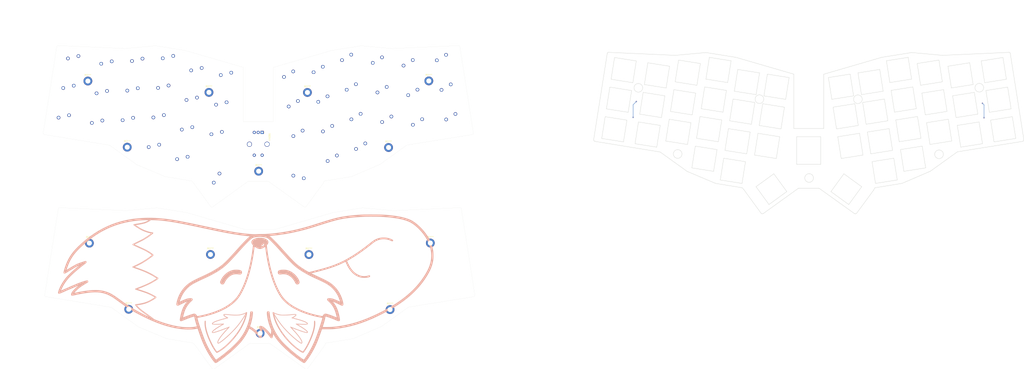
<source format=kicad_pcb>
(kicad_pcb (version 20171130) (host pcbnew "(5.1.4)-1")
  (layers (0 F.Cu signal) (31 B.Cu signal) (34 B.Paste user) (35 F.Paste user) (36 B.SilkS user) (37 F.SilkS user) (38 B.Mask user) (39 F.Mask user) (44 Edge.Cuts user))
  (net 0 "")
  (net 1 GND)
  (module MX_Only:MXOnly-1U-NoLED (layer F.Cu) (at 240.084154 73.986382 9)
    (fp_text reference MX42)
    (fp_text value MX-NoLED)
    (pad "" np_thru_hole circle (at 5.08 0 57.0996) (size 1.75 1.75) (drill 1.75) (layers *.Cu *.Mask))
    (pad "" np_thru_hole circle (at -5.08 0 57.0996) (size 1.75 1.75) (drill 1.75) (layers *.Cu *.Mask))
    (pad 1 thru_hole circle (at -3.81 -2.54 9) (size 2.25 2.25) (drill 1.47) (layers *.Cu B.Mask))
    (pad "" np_thru_hole circle (at 0 0 9) (size 3.9878 3.9878) (drill 3.9878) (layers *.Cu *.Mask))
    (pad 2 thru_hole circle (at 2.54 -5.08 9) (size 2.25 2.25) (drill 1.47) (layers *.Cu B.Mask))
  )
  (module MX_Only:MXOnly-1U-NoLED (layer F.Cu) (at 256.664629 56.894636 9)
    (fp_text reference MX34)
    (fp_text value MX-NoLED)
    (pad "" np_thru_hole circle (at 5.08 0 57.0996) (size 1.75 1.75) (drill 1.75) (layers *.Cu *.Mask))
    (pad "" np_thru_hole circle (at -5.08 0 57.0996) (size 1.75 1.75) (drill 1.75) (layers *.Cu *.Mask))
    (pad 1 thru_hole circle (at -3.81 -2.54 9) (size 2.25 2.25) (drill 1.47) (layers *.Cu B.Mask))
    (pad "" np_thru_hole circle (at 0 0 9) (size 3.9878 3.9878) (drill 3.9878) (layers *.Cu *.Mask))
    (pad 2 thru_hole circle (at 2.54 -5.08 9) (size 2.25 2.25) (drill 1.47) (layers *.Cu B.Mask))
  )
  (module MX_Only:MXOnly-1U-NoLED (layer F.Cu) (at 200.218004 65.834903 9)
    (fp_text reference MX31)
    (fp_text value MX-NoLED)
    (pad "" np_thru_hole circle (at 5.08 0 57.0996) (size 1.75 1.75) (drill 1.75) (layers *.Cu *.Mask))
    (pad "" np_thru_hole circle (at -5.08 0 57.0996) (size 1.75 1.75) (drill 1.75) (layers *.Cu *.Mask))
    (pad 1 thru_hole circle (at -3.81 -2.54 9) (size 2.25 2.25) (drill 1.47) (layers *.Cu B.Mask))
    (pad "" np_thru_hole circle (at 0 0 9) (size 3.9878 3.9878) (drill 3.9878) (layers *.Cu *.Mask))
    (pad 2 thru_hole circle (at 2.54 -5.08 9) (size 2.25 2.25) (drill 1.47) (layers *.Cu B.Mask))
  )
  (module MX_Only:MXOnly-1U-NoLED (layer F.Cu) (at 116.379854 17.557257 351)
    (fp_text reference MX4)
    (fp_text value MX-NoLED)
    (pad "" np_thru_hole circle (at 5.08 0 39.0996) (size 1.75 1.75) (drill 1.75) (layers *.Cu *.Mask))
    (pad "" np_thru_hole circle (at -5.08 0 39.0996) (size 1.75 1.75) (drill 1.75) (layers *.Cu *.Mask))
    (pad 1 thru_hole circle (at -3.81 -2.54 351) (size 2.25 2.25) (drill 1.47) (layers *.Cu B.Mask))
    (pad "" np_thru_hole circle (at 0 0 351) (size 3.9878 3.9878) (drill 3.9878) (layers *.Cu *.Mask))
    (pad 2 thru_hole circle (at 2.54 -5.08 351) (size 2.25 2.25) (drill 1.47) (layers *.Cu B.Mask))
  )
  (module MX_Only:MXOnly-1U-NoLED (layer F.Cu) (at 153.265915 28.22132 351)
    (fp_text reference MX6)
    (fp_text value MX-NoLED)
    (pad "" np_thru_hole circle (at 5.08 0 39.0996) (size 1.75 1.75) (drill 1.75) (layers *.Cu *.Mask))
    (pad "" np_thru_hole circle (at -5.08 0 39.0996) (size 1.75 1.75) (drill 1.75) (layers *.Cu *.Mask))
    (pad 1 thru_hole circle (at -3.81 -2.54 351) (size 2.25 2.25) (drill 1.47) (layers *.Cu B.Mask))
    (pad "" np_thru_hole circle (at 0 0 351) (size 3.9878 3.9878) (drill 3.9878) (layers *.Cu *.Mask))
    (pad 2 thru_hole circle (at 2.54 -5.08 351) (size 2.25 2.25) (drill 1.47) (layers *.Cu B.Mask))
  )
  (module MX_Only:MXOnly-1U-NoLED (layer F.Cu) (at 237.104065 55.17084 9)
    (fp_text reference MX33)
    (fp_text value MX-NoLED)
    (pad "" np_thru_hole circle (at 5.08 0 57.0996) (size 1.75 1.75) (drill 1.75) (layers *.Cu *.Mask))
    (pad "" np_thru_hole circle (at -5.08 0 57.0996) (size 1.75 1.75) (drill 1.75) (layers *.Cu *.Mask))
    (pad 1 thru_hole circle (at -3.81 -2.54 9) (size 2.25 2.25) (drill 1.47) (layers *.Cu B.Mask))
    (pad "" np_thru_hole circle (at 0 0 9) (size 3.9878 3.9878) (drill 3.9878) (layers *.Cu *.Mask))
    (pad 2 thru_hole circle (at 2.54 -5.08 9) (size 2.25 2.25) (drill 1.47) (layers *.Cu B.Mask))
  )
  (module MX_Only:MXOnly-1U-NoLED (layer F.Cu) (at 253.68454 38.079094 9)
    (fp_text reference MX22)
    (fp_text value MX-NoLED)
    (pad "" np_thru_hole circle (at 5.08 0 57.0996) (size 1.75 1.75) (drill 1.75) (layers *.Cu *.Mask))
    (pad "" np_thru_hole circle (at -5.08 0 57.0996) (size 1.75 1.75) (drill 1.75) (layers *.Cu *.Mask))
    (pad 1 thru_hole circle (at -3.81 -2.54 9) (size 2.25 2.25) (drill 1.47) (layers *.Cu B.Mask))
    (pad "" np_thru_hole circle (at 0 0 9) (size 3.9878 3.9878) (drill 3.9878) (layers *.Cu *.Mask))
    (pad 2 thru_hole circle (at 2.54 -5.08 9) (size 2.25 2.25) (drill 1.47) (layers *.Cu B.Mask))
  )
  (module MX_Only:MXOnly-1.25U-NoLED (layer F.Cu) (at 56.091241 17.652249 351)
    (fp_text reference MX1)
    (fp_text value MX-NoLED)
    (pad "" np_thru_hole circle (at 5.08 0 39.0996) (size 1.75 1.75) (drill 1.75) (layers *.Cu *.Mask))
    (pad "" np_thru_hole circle (at -5.08 0 39.0996) (size 1.75 1.75) (drill 1.75) (layers *.Cu *.Mask))
    (pad 1 thru_hole circle (at -3.81 -2.54 351) (size 2.25 2.25) (drill 1.47) (layers *.Cu B.Mask))
    (pad "" np_thru_hole circle (at 0 0 351) (size 3.9878 3.9878) (drill 3.9878) (layers *.Cu *.Mask))
    (pad 2 thru_hole circle (at 2.54 -5.08 351) (size 2.25 2.25) (drill 1.47) (layers *.Cu B.Mask))
  )
  (module MX_Only:MXOnly-1U-NoLED (layer F.Cu) (at 134.450373 25.241231 351)
    (fp_text reference MX5)
    (fp_text value MX-NoLED)
    (pad "" np_thru_hole circle (at 5.08 0 39.0996) (size 1.75 1.75) (drill 1.75) (layers *.Cu *.Mask))
    (pad "" np_thru_hole circle (at -5.08 0 39.0996) (size 1.75 1.75) (drill 1.75) (layers *.Cu *.Mask))
    (pad 1 thru_hole circle (at -3.81 -2.54 351) (size 2.25 2.25) (drill 1.47) (layers *.Cu B.Mask))
    (pad "" np_thru_hole circle (at 0 0 351) (size 3.9878 3.9878) (drill 3.9878) (layers *.Cu *.Mask))
    (pad 2 thru_hole circle (at 2.54 -5.08 351) (size 2.25 2.25) (drill 1.47) (layers *.Cu B.Mask))
  )
  (module MX_Only:MXOnly-1.5U-NoLED (layer F.Cu) (at 150.009943 93.323908 36)
    (fp_text reference MX39)
    (fp_text value MX-NoLED)
    (pad "" np_thru_hole circle (at 5.08 0 84.0996) (size 1.75 1.75) (drill 1.75) (layers *.Cu *.Mask))
    (pad "" np_thru_hole circle (at -5.08 0 84.0996) (size 1.75 1.75) (drill 1.75) (layers *.Cu *.Mask))
    (pad 1 thru_hole circle (at -3.81 -2.54 36) (size 2.25 2.25) (drill 1.47) (layers *.Cu B.Mask))
    (pad "" np_thru_hole circle (at 0 0 36) (size 3.9878 3.9878) (drill 3.9878) (layers *.Cu *.Mask))
    (pad 2 thru_hole circle (at 2.54 -5.08 36) (size 2.25 2.25) (drill 1.47) (layers *.Cu B.Mask))
  )
  (module MX_Only:MXOnly-1U-NoLED (layer F.Cu) (at 222.013635 81.670356 9)
    (fp_text reference MX41)
    (fp_text value MX-NoLED)
    (pad "" np_thru_hole circle (at 5.08 0 57.0996) (size 1.75 1.75) (drill 1.75) (layers *.Cu *.Mask))
    (pad "" np_thru_hole circle (at -5.08 0 57.0996) (size 1.75 1.75) (drill 1.75) (layers *.Cu *.Mask))
    (pad 1 thru_hole circle (at -3.81 -2.54 9) (size 2.25 2.25) (drill 1.47) (layers *.Cu B.Mask))
    (pad "" np_thru_hole circle (at 0 0 9) (size 3.9878 3.9878) (drill 3.9878) (layers *.Cu *.Mask))
    (pad 2 thru_hole circle (at 2.54 -5.08 9) (size 2.25 2.25) (drill 1.47) (layers *.Cu B.Mask))
  )
  (module MX_Only:MXOnly-1U-NoLED (layer F.Cu) (at 96.81929 19.281053 351)
    (fp_text reference MX3)
    (fp_text value MX-NoLED)
    (pad "" np_thru_hole circle (at 5.08 0 39.0996) (size 1.75 1.75) (drill 1.75) (layers *.Cu *.Mask))
    (pad "" np_thru_hole circle (at -5.08 0 39.0996) (size 1.75 1.75) (drill 1.75) (layers *.Cu *.Mask))
    (pad 1 thru_hole circle (at -3.81 -2.54 351) (size 2.25 2.25) (drill 1.47) (layers *.Cu B.Mask))
    (pad "" np_thru_hole circle (at 0 0 351) (size 3.9878 3.9878) (drill 3.9878) (layers *.Cu *.Mask))
    (pad 2 thru_hole circle (at 2.54 -5.08 351) (size 2.25 2.25) (drill 1.47) (layers *.Cu B.Mask))
  )
  (module MX_Only:MXOnly-1U-NoLED (layer F.Cu) (at 216.053456 44.039272 9)
    (fp_text reference MX20)
    (fp_text value MX-NoLED)
    (pad "" np_thru_hole circle (at 5.08 0 57.0996) (size 1.75 1.75) (drill 1.75) (layers *.Cu *.Mask))
    (pad "" np_thru_hole circle (at -5.08 0 57.0996) (size 1.75 1.75) (drill 1.75) (layers *.Cu *.Mask))
    (pad 1 thru_hole circle (at -3.81 -2.54 9) (size 2.25 2.25) (drill 1.47) (layers *.Cu B.Mask))
    (pad "" np_thru_hole circle (at 0 0 9) (size 3.9878 3.9878) (drill 3.9878) (layers *.Cu *.Mask))
    (pad 2 thru_hole circle (at 2.54 -5.08 9) (size 2.25 2.25) (drill 1.47) (layers *.Cu B.Mask))
  )
  (module MX_Only:MXOnly-1U-NoLED (layer F.Cu) (at 234.123976 36.355298 9)
    (fp_text reference MX21)
    (fp_text value MX-NoLED)
    (pad "" np_thru_hole circle (at 5.08 0 57.0996) (size 1.75 1.75) (drill 1.75) (layers *.Cu *.Mask))
    (pad "" np_thru_hole circle (at -5.08 0 57.0996) (size 1.75 1.75) (drill 1.75) (layers *.Cu *.Mask))
    (pad 1 thru_hole circle (at -3.81 -2.54 9) (size 2.25 2.25) (drill 1.47) (layers *.Cu B.Mask))
    (pad "" np_thru_hole circle (at 0 0 9) (size 3.9878 3.9878) (drill 3.9878) (layers *.Cu *.Mask))
    (pad 2 thru_hole circle (at 2.54 -5.08 9) (size 2.25 2.25) (drill 1.47) (layers *.Cu B.Mask))
  )
  (module MX_Only:MXOnly-1U-NoLED (layer F.Cu) (at 219.033546 62.854814 9)
    (fp_text reference MX32)
    (fp_text value MX-NoLED)
    (pad "" np_thru_hole circle (at 5.08 0 57.0996) (size 1.75 1.75) (drill 1.75) (layers *.Cu *.Mask))
    (pad "" np_thru_hole circle (at -5.08 0 57.0996) (size 1.75 1.75) (drill 1.75) (layers *.Cu *.Mask))
    (pad 1 thru_hole circle (at -3.81 -2.54 9) (size 2.25 2.25) (drill 1.47) (layers *.Cu B.Mask))
    (pad "" np_thru_hole circle (at 0 0 9) (size 3.9878 3.9878) (drill 3.9878) (layers *.Cu *.Mask))
    (pad 2 thru_hole circle (at 2.54 -5.08 9) (size 2.25 2.25) (drill 1.47) (layers *.Cu B.Mask))
  )
  (module MX_Only:MXOnly-1.5U-NoLED (layer F.Cu) (at 197.63778 93.345 324)
    (fp_text reference MX40)
    (fp_text value MX-NoLED)
    (pad "" np_thru_hole circle (at 5.08 0 12.0996) (size 1.75 1.75) (drill 1.75) (layers *.Cu *.Mask))
    (pad "" np_thru_hole circle (at -5.08 0 12.0996) (size 1.75 1.75) (drill 1.75) (layers *.Cu *.Mask))
    (pad 1 thru_hole circle (at -3.81 -2.54 324) (size 2.25 2.25) (drill 1.47) (layers *.Cu B.Mask))
    (pad "" np_thru_hole circle (at 0 0 324) (size 3.9878 3.9878) (drill 3.9878) (layers *.Cu *.Mask))
    (pad 2 thru_hole circle (at 2.54 -5.08 324) (size 2.25 2.25) (drill 1.47) (layers *.Cu B.Mask))
  )
  (module MX_Only:MXOnly-1U-NoLED (layer F.Cu) (at 77.258726 21.00485 351)
    (fp_text reference MX2)
    (fp_text value MX-NoLED)
    (pad "" np_thru_hole circle (at 5.08 0 39.0996) (size 1.75 1.75) (drill 1.75) (layers *.Cu *.Mask))
    (pad "" np_thru_hole circle (at -5.08 0 39.0996) (size 1.75 1.75) (drill 1.75) (layers *.Cu *.Mask))
    (pad 1 thru_hole circle (at -3.81 -2.54 351) (size 2.25 2.25) (drill 1.47) (layers *.Cu B.Mask))
    (pad "" np_thru_hole circle (at 0 0 351) (size 3.9878 3.9878) (drill 3.9878) (layers *.Cu *.Mask))
    (pad 2 thru_hole circle (at 2.54 -5.08 351) (size 2.25 2.25) (drill 1.47) (layers *.Cu B.Mask))
  )
  (module MX_Only:MXOnly-1U-NoLED (layer F.Cu) (at 197.237915 47.019361 9)
    (fp_text reference MX19)
    (fp_text value MX-NoLED)
    (pad "" np_thru_hole circle (at 5.08 0 57.0996) (size 1.75 1.75) (drill 1.75) (layers *.Cu *.Mask))
    (pad "" np_thru_hole circle (at -5.08 0 57.0996) (size 1.75 1.75) (drill 1.75) (layers *.Cu *.Mask))
    (pad 1 thru_hole circle (at -3.81 -2.54 9) (size 2.25 2.25) (drill 1.47) (layers *.Cu B.Mask))
    (pad "" np_thru_hole circle (at 0 0 9) (size 3.9878 3.9878) (drill 3.9878) (layers *.Cu *.Mask))
    (pad 2 thru_hole circle (at 2.54 -5.08 9) (size 2.25 2.25) (drill 1.47) (layers *.Cu B.Mask))
  )
  (module MX_Only:MXOnly-1U-NoLED (layer F.Cu) (at 93.839201 38.096595 351)
    (fp_text reference MX15)
    (fp_text value MX-NoLED)
    (pad "" np_thru_hole circle (at 5.08 0 39.0996) (size 1.75 1.75) (drill 1.75) (layers *.Cu *.Mask))
    (pad "" np_thru_hole circle (at -5.08 0 39.0996) (size 1.75 1.75) (drill 1.75) (layers *.Cu *.Mask))
    (pad 1 thru_hole circle (at -3.81 -2.54 351) (size 2.25 2.25) (drill 1.47) (layers *.Cu B.Mask))
    (pad "" np_thru_hole circle (at 0 0 351) (size 3.9878 3.9878) (drill 3.9878) (layers *.Cu *.Mask))
    (pad 2 thru_hole circle (at 2.54 -5.08 351) (size 2.25 2.25) (drill 1.47) (layers *.Cu B.Mask))
  )
  (module MX_Only:MXOnly-1U-NoLED (layer F.Cu) (at 90.859112 56.912137 351)
    (fp_text reference MX27)
    (fp_text value MX-NoLED)
    (pad "" np_thru_hole circle (at 5.08 0 39.0996) (size 1.75 1.75) (drill 1.75) (layers *.Cu *.Mask))
    (pad "" np_thru_hole circle (at -5.08 0 39.0996) (size 1.75 1.75) (drill 1.75) (layers *.Cu *.Mask))
    (pad 1 thru_hole circle (at -3.81 -2.54 351) (size 2.25 2.25) (drill 1.47) (layers *.Cu B.Mask))
    (pad "" np_thru_hole circle (at 0 0 351) (size 3.9878 3.9878) (drill 3.9878) (layers *.Cu *.Mask))
    (pad 2 thru_hole circle (at 2.54 -5.08 351) (size 2.25 2.25) (drill 1.47) (layers *.Cu B.Mask))
  )
  (module MX_Only:MXOnly-1U-NoLED (layer F.Cu) (at 110.419676 55.188341 351)
    (fp_text reference MX28)
    (fp_text value MX-NoLED)
    (pad "" np_thru_hole circle (at 5.08 0 39.0996) (size 1.75 1.75) (drill 1.75) (layers *.Cu *.Mask))
    (pad "" np_thru_hole circle (at -5.08 0 39.0996) (size 1.75 1.75) (drill 1.75) (layers *.Cu *.Mask))
    (pad 1 thru_hole circle (at -3.81 -2.54 351) (size 2.25 2.25) (drill 1.47) (layers *.Cu B.Mask))
    (pad "" np_thru_hole circle (at 0 0 351) (size 3.9878 3.9878) (drill 3.9878) (layers *.Cu *.Mask))
    (pad 2 thru_hole circle (at 2.54 -5.08 351) (size 2.25 2.25) (drill 1.47) (layers *.Cu B.Mask))
  )
  (module MX_Only:MXOnly-1U-NoLED (layer F.Cu) (at 125.510106 81.687857 351)
    (fp_text reference MX38)
    (fp_text value MX-NoLED)
    (pad "" np_thru_hole circle (at 5.08 0 39.0996) (size 1.75 1.75) (drill 1.75) (layers *.Cu *.Mask))
    (pad "" np_thru_hole circle (at -5.08 0 39.0996) (size 1.75 1.75) (drill 1.75) (layers *.Cu *.Mask))
    (pad 1 thru_hole circle (at -3.81 -2.54 351) (size 2.25 2.25) (drill 1.47) (layers *.Cu B.Mask))
    (pad "" np_thru_hole circle (at 0 0 351) (size 3.9878 3.9878) (drill 3.9878) (layers *.Cu *.Mask))
    (pad 2 thru_hole circle (at 2.54 -5.08 351) (size 2.25 2.25) (drill 1.47) (layers *.Cu B.Mask))
  )
  (module MX_Only:MXOnly-1U-NoLED (layer F.Cu) (at 107.439587 74.003882 351)
    (fp_text reference MX37)
    (fp_text value MX-NoLED)
    (pad "" np_thru_hole circle (at 5.08 0 39.0996) (size 1.75 1.75) (drill 1.75) (layers *.Cu *.Mask))
    (pad "" np_thru_hole circle (at -5.08 0 39.0996) (size 1.75 1.75) (drill 1.75) (layers *.Cu *.Mask))
    (pad 1 thru_hole circle (at -3.81 -2.54 351) (size 2.25 2.25) (drill 1.47) (layers *.Cu B.Mask))
    (pad "" np_thru_hole circle (at 0 0 351) (size 3.9878 3.9878) (drill 3.9878) (layers *.Cu *.Mask))
    (pad 2 thru_hole circle (at 2.54 -5.08 351) (size 2.25 2.25) (drill 1.47) (layers *.Cu B.Mask))
  )
  (module MX_Only:MXOnly-1U-NoLED (layer F.Cu) (at 150.285826 47.036862 351)
    (fp_text reference MX18)
    (fp_text value MX-NoLED)
    (pad "" np_thru_hole circle (at 5.08 0 39.0996) (size 1.75 1.75) (drill 1.75) (layers *.Cu *.Mask))
    (pad "" np_thru_hole circle (at -5.08 0 39.0996) (size 1.75 1.75) (drill 1.75) (layers *.Cu *.Mask))
    (pad 1 thru_hole circle (at -3.81 -2.54 351) (size 2.25 2.25) (drill 1.47) (layers *.Cu B.Mask))
    (pad "" np_thru_hole circle (at 0 0 351) (size 3.9878 3.9878) (drill 3.9878) (layers *.Cu *.Mask))
    (pad 2 thru_hole circle (at 2.54 -5.08 351) (size 2.25 2.25) (drill 1.47) (layers *.Cu B.Mask))
  )
  (module MX_Only:MXOnly-1.25U-NoLED (layer F.Cu) (at 50.131063 55.283333 351)
    (fp_text reference MX25)
    (fp_text value MX-NoLED)
    (pad "" np_thru_hole circle (at 5.08 0 39.0996) (size 1.75 1.75) (drill 1.75) (layers *.Cu *.Mask))
    (pad "" np_thru_hole circle (at -5.08 0 39.0996) (size 1.75 1.75) (drill 1.75) (layers *.Cu *.Mask))
    (pad 1 thru_hole circle (at -3.81 -2.54 351) (size 2.25 2.25) (drill 1.47) (layers *.Cu B.Mask))
    (pad "" np_thru_hole circle (at 0 0 351) (size 3.9878 3.9878) (drill 3.9878) (layers *.Cu *.Mask))
    (pad 2 thru_hole circle (at 2.54 -5.08 351) (size 2.25 2.25) (drill 1.47) (layers *.Cu B.Mask))
  )
  (module MX_Only:MXOnly-1U-NoLED (layer F.Cu) (at 74.278636 39.820391 351)
    (fp_text reference MX14)
    (fp_text value MX-NoLED)
    (pad "" np_thru_hole circle (at 5.08 0 39.0996) (size 1.75 1.75) (drill 1.75) (layers *.Cu *.Mask))
    (pad "" np_thru_hole circle (at -5.08 0 39.0996) (size 1.75 1.75) (drill 1.75) (layers *.Cu *.Mask))
    (pad 1 thru_hole circle (at -3.81 -2.54 351) (size 2.25 2.25) (drill 1.47) (layers *.Cu B.Mask))
    (pad "" np_thru_hole circle (at 0 0 351) (size 3.9878 3.9878) (drill 3.9878) (layers *.Cu *.Mask))
    (pad 2 thru_hole circle (at 2.54 -5.08 351) (size 2.25 2.25) (drill 1.47) (layers *.Cu B.Mask))
  )
  (module MX_Only:MXOnly-1U-NoLED (layer F.Cu) (at 113.399765 36.372799 351)
    (fp_text reference MX16)
    (fp_text value MX-NoLED)
    (pad "" np_thru_hole circle (at 5.08 0 39.0996) (size 1.75 1.75) (drill 1.75) (layers *.Cu *.Mask))
    (pad "" np_thru_hole circle (at -5.08 0 39.0996) (size 1.75 1.75) (drill 1.75) (layers *.Cu *.Mask))
    (pad 1 thru_hole circle (at -3.81 -2.54 351) (size 2.25 2.25) (drill 1.47) (layers *.Cu B.Mask))
    (pad "" np_thru_hole circle (at 0 0 351) (size 3.9878 3.9878) (drill 3.9878) (layers *.Cu *.Mask))
    (pad 2 thru_hole circle (at 2.54 -5.08 351) (size 2.25 2.25) (drill 1.47) (layers *.Cu B.Mask))
  )
  (module MX_Only:MXOnly-1U-NoLED (layer F.Cu) (at 131.470284 44.056773 351)
    (fp_text reference MX17)
    (fp_text value MX-NoLED)
    (pad "" np_thru_hole circle (at 5.08 0 39.0996) (size 1.75 1.75) (drill 1.75) (layers *.Cu *.Mask))
    (pad "" np_thru_hole circle (at -5.08 0 39.0996) (size 1.75 1.75) (drill 1.75) (layers *.Cu *.Mask))
    (pad 1 thru_hole circle (at -3.81 -2.54 351) (size 2.25 2.25) (drill 1.47) (layers *.Cu B.Mask))
    (pad "" np_thru_hole circle (at 0 0 351) (size 3.9878 3.9878) (drill 3.9878) (layers *.Cu *.Mask))
    (pad 2 thru_hole circle (at 2.54 -5.08 351) (size 2.25 2.25) (drill 1.47) (layers *.Cu B.Mask))
  )
  (module MX_Only:MXOnly-1U-NoLED (layer F.Cu) (at 71.298547 58.635933 351)
    (fp_text reference MX26)
    (fp_text value MX-NoLED)
    (pad "" np_thru_hole circle (at 5.08 0 39.0996) (size 1.75 1.75) (drill 1.75) (layers *.Cu *.Mask))
    (pad "" np_thru_hole circle (at -5.08 0 39.0996) (size 1.75 1.75) (drill 1.75) (layers *.Cu *.Mask))
    (pad 1 thru_hole circle (at -3.81 -2.54 351) (size 2.25 2.25) (drill 1.47) (layers *.Cu B.Mask))
    (pad "" np_thru_hole circle (at 0 0 351) (size 3.9878 3.9878) (drill 3.9878) (layers *.Cu *.Mask))
    (pad 2 thru_hole circle (at 2.54 -5.08 351) (size 2.25 2.25) (drill 1.47) (layers *.Cu B.Mask))
  )
  (module MX_Only:MXOnly-1U-NoLED (layer F.Cu) (at 128.490195 62.872315 351)
    (fp_text reference MX29)
    (fp_text value MX-NoLED)
    (pad "" np_thru_hole circle (at 5.08 0 39.0996) (size 1.75 1.75) (drill 1.75) (layers *.Cu *.Mask))
    (pad "" np_thru_hole circle (at -5.08 0 39.0996) (size 1.75 1.75) (drill 1.75) (layers *.Cu *.Mask))
    (pad 1 thru_hole circle (at -3.81 -2.54 351) (size 2.25 2.25) (drill 1.47) (layers *.Cu B.Mask))
    (pad "" np_thru_hole circle (at 0 0 351) (size 3.9878 3.9878) (drill 3.9878) (layers *.Cu *.Mask))
    (pad 2 thru_hole circle (at 2.54 -5.08 351) (size 2.25 2.25) (drill 1.47) (layers *.Cu B.Mask))
  )
  (module Rotary_Encoder:RotaryEncoder_Alps_EC11E-Switch_Vertical_H20mm_CircularMountingHoles (layer F.Cu) (at 173.71487 69.05654 270)
    (fp_text reference KNOB1 (at -4.68284 -7.20444 90) (layer F.SilkS))
    (fp_text value Rotary_Encoder_Switch)
    (pad S1 thru_hole circle (at 7.01716 2.49556 270) (size 2 2) (drill 1) (layers *.Cu *.Mask))
    (pad S2 thru_hole circle (at 7.01716 -2.50444 270) (size 2 2) (drill 1) (layers *.Cu *.Mask))
    (pad MP thru_hole circle (at 0.01716 5.59556 270) (size 3.2 3.2) (drill 2.6) (layers *.Cu *.Mask))
    (pad MP thru_hole circle (at 0.01716 -5.60444 270) (size 3.2 3.2) (drill 2.6) (layers *.Cu *.Mask))
    (pad B thru_hole circle (at -7.48284 2.49556 270) (size 2 2) (drill 1) (layers *.Cu *.Mask))
    (pad C thru_hole circle (at -7.48284 -0.00444 270) (size 2 2) (drill 1) (layers *.Cu *.Mask))
    (pad A thru_hole rect (at -7.48284 -2.50444 270) (size 2 2) (drill 1) (layers *.Cu *.Mask))
  )
  (module MX_Only:MXOnly-1.25U-NoLED (layer F.Cu) (at 53.111152 36.467791 351)
    (fp_text reference MX13)
    (fp_text value MX-NoLED)
    (pad "" np_thru_hole circle (at 5.08 0 39.0996) (size 1.75 1.75) (drill 1.75) (layers *.Cu *.Mask))
    (pad "" np_thru_hole circle (at -5.08 0 39.0996) (size 1.75 1.75) (drill 1.75) (layers *.Cu *.Mask))
    (pad 1 thru_hole circle (at -3.81 -2.54 351) (size 2.25 2.25) (drill 1.47) (layers *.Cu B.Mask))
    (pad "" np_thru_hole circle (at 0 0 351) (size 3.9878 3.9878) (drill 3.9878) (layers *.Cu *.Mask))
    (pad 2 thru_hole circle (at 2.54 -5.08 351) (size 2.25 2.25) (drill 1.47) (layers *.Cu B.Mask))
  )
  (module MX_Only:MXOnly-1U-NoLED (layer F.Cu) (at 147.305737 65.852404 351)
    (fp_text reference MX30)
    (fp_text value MX-NoLED)
    (pad "" np_thru_hole circle (at 5.08 0 39.0996) (size 1.75 1.75) (drill 1.75) (layers *.Cu *.Mask))
    (pad "" np_thru_hole circle (at -5.08 0 39.0996) (size 1.75 1.75) (drill 1.75) (layers *.Cu *.Mask))
    (pad 1 thru_hole circle (at -3.81 -2.54 351) (size 2.25 2.25) (drill 1.47) (layers *.Cu B.Mask))
    (pad "" np_thru_hole circle (at 0 0 351) (size 3.9878 3.9878) (drill 3.9878) (layers *.Cu *.Mask))
    (pad 2 thru_hole circle (at 2.54 -5.08 351) (size 2.25 2.25) (drill 1.47) (layers *.Cu B.Mask))
  )
  (module MountingHole:MountingHole_3.2mm_M3_DIN965_Pad (layer F.Cu) (at 283.14688 131.89712)
    (fp_text reference REF** (at 0 -3.8) (layer F.SilkS))
    (fp_text value MountingHole_3.2mm_M3_DIN965_Pad)
    (pad 1 thru_hole circle (at 0 0) (size 5.6 5.6) (drill 3.2) (layers *.Cu *.Mask))
  )
  (module MountingHole:MountingHole_3.2mm_M3_DIN965_Pad (layer F.Cu) (at 143.34528 139.18692)
    (fp_text reference REF** (at 0 -3.8) (layer F.SilkS))
    (fp_text value MountingHole_3.2mm_M3_DIN965_Pad)
    (pad 1 thru_hole circle (at 0 0) (size 5.6 5.6) (drill 3.2) (layers *.Cu *.Mask))
  )
  (module MountingHole:MountingHole_3.2mm_M3_DIN965_Pad (layer F.Cu) (at 66.35788 131.97332)
    (fp_text reference REF** (at 0 -3.8) (layer F.SilkS))
    (fp_text value MountingHole_3.2mm_M3_DIN965_Pad)
    (pad 1 thru_hole circle (at 0 0) (size 5.6 5.6) (drill 3.2) (layers *.Cu *.Mask))
  )
  (module MountingHole:MountingHole_3.2mm_M3_DIN965_Pad (layer F.Cu) (at 205.95628 139.23772)
    (fp_text reference REF** (at 0 -3.8) (layer F.SilkS))
    (fp_text value MountingHole_3.2mm_M3_DIN965_Pad)
    (pad 1 thru_hole circle (at 0 0) (size 5.6 5.6) (drill 3.2) (layers *.Cu *.Mask))
  )
  (module MX_Only:MXOnly-1U-NoLED (layer F.Cu) (at 231.143887 17.539756 9)
    (fp_text reference MX9)
    (fp_text value MX-NoLED)
    (pad "" np_thru_hole circle (at 5.08 0 57.0996) (size 1.75 1.75) (drill 1.75) (layers *.Cu *.Mask))
    (pad "" np_thru_hole circle (at -5.08 0 57.0996) (size 1.75 1.75) (drill 1.75) (layers *.Cu *.Mask))
    (pad 1 thru_hole circle (at -3.81 -2.54 9) (size 2.25 2.25) (drill 1.47) (layers *.Cu B.Mask))
    (pad "" np_thru_hole circle (at 0 0 9) (size 3.9878 3.9878) (drill 3.9878) (layers *.Cu *.Mask))
    (pad 2 thru_hole circle (at 2.54 -5.08 9) (size 2.25 2.25) (drill 1.47) (layers *.Cu B.Mask))
  )
  (module MX_Only:MXOnly-1U-NoLED (layer F.Cu) (at 250.704451 19.263552 9)
    (fp_text reference MX10)
    (fp_text value MX-NoLED)
    (pad "" np_thru_hole circle (at 5.08 0 57.0996) (size 1.75 1.75) (drill 1.75) (layers *.Cu *.Mask))
    (pad "" np_thru_hole circle (at -5.08 0 57.0996) (size 1.75 1.75) (drill 1.75) (layers *.Cu *.Mask))
    (pad 1 thru_hole circle (at -3.81 -2.54 9) (size 2.25 2.25) (drill 1.47) (layers *.Cu B.Mask))
    (pad "" np_thru_hole circle (at 0 0 9) (size 3.9878 3.9878) (drill 3.9878) (layers *.Cu *.Mask))
    (pad 2 thru_hole circle (at 2.54 -5.08 9) (size 2.25 2.25) (drill 1.47) (layers *.Cu B.Mask))
  )
  (module MountingHole:MountingHole_3.2mm_M3_DIN965_Pad (layer F.Cu) (at 257.54368 174.23892)
    (fp_text reference REF** (at 0 -3.8) (layer F.SilkS))
    (fp_text value MountingHole_3.2mm_M3_DIN965_Pad)
    (pad 1 thru_hole circle (at 0 0) (size 5.6 5.6) (drill 3.2) (layers *.Cu *.Mask))
  )
  (module MX_Only:MXOnly-1.25U-NoLED (layer F.Cu) (at 291.4325 17.634749 9)
    (fp_text reference MX12)
    (fp_text value MX-NoLED)
    (pad "" np_thru_hole circle (at 5.08 0 57.0996) (size 1.75 1.75) (drill 1.75) (layers *.Cu *.Mask))
    (pad "" np_thru_hole circle (at -5.08 0 57.0996) (size 1.75 1.75) (drill 1.75) (layers *.Cu *.Mask))
    (pad 1 thru_hole circle (at -3.81 -2.54 9) (size 2.25 2.25) (drill 1.47) (layers *.Cu B.Mask))
    (pad "" np_thru_hole circle (at 0 0 9) (size 3.9878 3.9878) (drill 3.9878) (layers *.Cu *.Mask))
    (pad 2 thru_hole circle (at 2.54 -5.08 9) (size 2.25 2.25) (drill 1.47) (layers *.Cu B.Mask))
  )
  (module MountingHole:MountingHole_3.2mm_M3_DIN965_Pad (layer F.Cu) (at 91.37688 174.03572)
    (fp_text reference REF** (at 0 -3.8) (layer F.SilkS))
    (fp_text value MountingHole_3.2mm_M3_DIN965_Pad)
    (pad 1 thru_hole circle (at 0 0) (size 5.6 5.6) (drill 3.2) (layers *.Cu *.Mask))
  )
  (module MX_Only:MXOnly-1U-NoLED (layer F.Cu) (at 270.265015 20.987349 9)
    (fp_text reference MX11)
    (fp_text value MX-NoLED)
    (pad "" np_thru_hole circle (at 5.08 0 57.0996) (size 1.75 1.75) (drill 1.75) (layers *.Cu *.Mask))
    (pad "" np_thru_hole circle (at -5.08 0 57.0996) (size 1.75 1.75) (drill 1.75) (layers *.Cu *.Mask))
    (pad 1 thru_hole circle (at -3.81 -2.54 9) (size 2.25 2.25) (drill 1.47) (layers *.Cu B.Mask))
    (pad "" np_thru_hole circle (at 0 0 9) (size 3.9878 3.9878) (drill 3.9878) (layers *.Cu *.Mask))
    (pad 2 thru_hole circle (at 2.54 -5.08 9) (size 2.25 2.25) (drill 1.47) (layers *.Cu B.Mask))
  )
  (module MX_Only:MXOnly-1U-NoLED (layer F.Cu) (at 276.225194 58.618433 9)
    (fp_text reference MX35)
    (fp_text value MX-NoLED)
    (pad "" np_thru_hole circle (at 5.08 0 57.0996) (size 1.75 1.75) (drill 1.75) (layers *.Cu *.Mask))
    (pad "" np_thru_hole circle (at -5.08 0 57.0996) (size 1.75 1.75) (drill 1.75) (layers *.Cu *.Mask))
    (pad 1 thru_hole circle (at -3.81 -2.54 9) (size 2.25 2.25) (drill 1.47) (layers *.Cu B.Mask))
    (pad "" np_thru_hole circle (at 0 0 9) (size 3.9878 3.9878) (drill 3.9878) (layers *.Cu *.Mask))
    (pad 2 thru_hole circle (at 2.54 -5.08 9) (size 2.25 2.25) (drill 1.47) (layers *.Cu B.Mask))
  )
  (module MX_Only:MXOnly-1U-NoLED (layer F.Cu) (at 194.257825 28.20382 9)
    (fp_text reference MX7)
    (fp_text value MX-NoLED)
    (pad "" np_thru_hole circle (at 5.08 0 57.0996) (size 1.75 1.75) (drill 1.75) (layers *.Cu *.Mask))
    (pad "" np_thru_hole circle (at -5.08 0 57.0996) (size 1.75 1.75) (drill 1.75) (layers *.Cu *.Mask))
    (pad 1 thru_hole circle (at -3.81 -2.54 9) (size 2.25 2.25) (drill 1.47) (layers *.Cu B.Mask))
    (pad "" np_thru_hole circle (at 0 0 9) (size 3.9878 3.9878) (drill 3.9878) (layers *.Cu *.Mask))
    (pad 2 thru_hole circle (at 2.54 -5.08 9) (size 2.25 2.25) (drill 1.47) (layers *.Cu B.Mask))
  )
  (module MX_Only:MXOnly-1U-NoLED (layer F.Cu) (at 213.073367 25.223731 9)
    (fp_text reference MX8)
    (fp_text value MX-NoLED)
    (pad "" np_thru_hole circle (at 5.08 0 57.0996) (size 1.75 1.75) (drill 1.75) (layers *.Cu *.Mask))
    (pad "" np_thru_hole circle (at -5.08 0 57.0996) (size 1.75 1.75) (drill 1.75) (layers *.Cu *.Mask))
    (pad 1 thru_hole circle (at -3.81 -2.54 9) (size 2.25 2.25) (drill 1.47) (layers *.Cu B.Mask))
    (pad "" np_thru_hole circle (at 0 0 9) (size 3.9878 3.9878) (drill 3.9878) (layers *.Cu *.Mask))
    (pad 2 thru_hole circle (at 2.54 -5.08 9) (size 2.25 2.25) (drill 1.47) (layers *.Cu B.Mask))
  )
  (module MX_Only:MXOnly-1U-NoLED (layer F.Cu) (at 273.245104 39.802891 9)
    (fp_text reference MX23)
    (fp_text value MX-NoLED)
    (pad "" np_thru_hole circle (at 5.08 0 57.0996) (size 1.75 1.75) (drill 1.75) (layers *.Cu *.Mask))
    (pad "" np_thru_hole circle (at -5.08 0 57.0996) (size 1.75 1.75) (drill 1.75) (layers *.Cu *.Mask))
    (pad 1 thru_hole circle (at -3.81 -2.54 9) (size 2.25 2.25) (drill 1.47) (layers *.Cu B.Mask))
    (pad "" np_thru_hole circle (at 0 0 9) (size 3.9878 3.9878) (drill 3.9878) (layers *.Cu *.Mask))
    (pad 2 thru_hole circle (at 2.54 -5.08 9) (size 2.25 2.25) (drill 1.47) (layers *.Cu B.Mask))
  )
  (module MX_Only:MXOnly-1.25U-NoLED (layer F.Cu) (at 297.392678 55.265832 9)
    (fp_text reference MX36)
    (fp_text value MX-NoLED)
    (pad "" np_thru_hole circle (at 5.08 0 57.0996) (size 1.75 1.75) (drill 1.75) (layers *.Cu *.Mask))
    (pad "" np_thru_hole circle (at -5.08 0 57.0996) (size 1.75 1.75) (drill 1.75) (layers *.Cu *.Mask))
    (pad 1 thru_hole circle (at -3.81 -2.54 9) (size 2.25 2.25) (drill 1.47) (layers *.Cu B.Mask))
    (pad "" np_thru_hole circle (at 0 0 9) (size 3.9878 3.9878) (drill 3.9878) (layers *.Cu *.Mask))
    (pad 2 thru_hole circle (at 2.54 -5.08 9) (size 2.25 2.25) (drill 1.47) (layers *.Cu B.Mask))
  )
  (module MX_Only:MXOnly-1.25U-NoLED (layer F.Cu) (at 294.412589 36.45029 9)
    (fp_text reference MX24)
    (fp_text value MX-NoLED)
    (pad "" np_thru_hole circle (at 5.08 0 57.0996) (size 1.75 1.75) (drill 1.75) (layers *.Cu *.Mask))
    (pad "" np_thru_hole circle (at -5.08 0 57.0996) (size 1.75 1.75) (drill 1.75) (layers *.Cu *.Mask))
    (pad 1 thru_hole circle (at -3.81 -2.54 9) (size 2.25 2.25) (drill 1.47) (layers *.Cu B.Mask))
    (pad "" np_thru_hole circle (at 0 0 9) (size 3.9878 3.9878) (drill 3.9878) (layers *.Cu *.Mask))
    (pad 2 thru_hole circle (at 2.54 -5.08 9) (size 2.25 2.25) (drill 1.47) (layers *.Cu B.Mask))
  )
  (module "Sleepy Fox:sleepyfox" (layer B.Cu) (at 165.80358 160.96234)
    (fp_text reference G*** hide)
    (fp_text value LOGO hide)
  )
  (module MountingHole:MountingHole_3.2mm_M3_DIN965_Pad (layer F.Cu) (at 174.94288 189.30112)
    (fp_text reference REF** (at 0 -3.8) (layer F.SilkS))
    (fp_text value MountingHole_3.2mm_M3_DIN965_Pad)
    (pad 1 thru_hole circle (at 0 0) (size 5.6 5.6) (drill 3.2) (layers *.Cu *.Mask))
  )
  (module MountingHole:MountingHole_3.2mm_M3_DIN965_Pad (layer F.Cu) (at 65.40538 28.9052)
    (fp_text reference REF** (at 0 -3.8) (layer F.SilkS))
    (fp_text value MountingHole_3.2mm_M3_DIN965_Pad)
    (pad 1 thru_hole circle (at 0 0) (size 5.6 5.6) (drill 3.2) (layers *.Cu *.Mask))
  )
  (module MountingHole:MountingHole_3.2mm_M3_DIN965_Pad (layer F.Cu) (at 282.19438 28.829)
    (fp_text reference REF** (at 0 -3.8) (layer F.SilkS))
    (fp_text value MountingHole_3.2mm_M3_DIN965_Pad)
    (pad 1 thru_hole circle (at 0 0) (size 5.6 5.6) (drill 3.2) (layers *.Cu *.Mask))
  )
  (module MountingHole:MountingHole_3.2mm_M3_DIN965_Pad (layer F.Cu) (at 173.99038 86.233)
    (fp_text reference REF** (at 0 -3.8) (layer F.SilkS))
    (fp_text value MountingHole_3.2mm_M3_DIN965_Pad)
    (pad 1 thru_hole circle (at 0 0) (size 5.6 5.6) (drill 3.2) (layers *.Cu *.Mask))
  )
  (module MountingHole:MountingHole_3.2mm_M3_DIN965_Pad (layer F.Cu) (at 205.00378 36.1696)
    (fp_text reference REF** (at 0 -3.8) (layer F.SilkS))
    (fp_text value MountingHole_3.2mm_M3_DIN965_Pad)
    (pad 1 thru_hole circle (at 0 0) (size 5.6 5.6) (drill 3.2) (layers *.Cu *.Mask))
  )
  (module MountingHole:MountingHole_3.2mm_M3_DIN965_Pad (layer F.Cu) (at 90.42438 70.9676)
    (fp_text reference REF** (at 0 -3.8) (layer F.SilkS))
    (fp_text value MountingHole_3.2mm_M3_DIN965_Pad)
    (pad 1 thru_hole circle (at 0 0) (size 5.6 5.6) (drill 3.2) (layers *.Cu *.Mask))
  )
  (module MountingHole:MountingHole_3.2mm_M3_DIN965_Pad (layer F.Cu) (at 256.59118 71.1708)
    (fp_text reference REF** (at 0 -3.8) (layer F.SilkS))
    (fp_text value MountingHole_3.2mm_M3_DIN965_Pad)
    (pad 1 thru_hole circle (at 0 0) (size 5.6 5.6) (drill 3.2) (layers *.Cu *.Mask))
  )
  (module MountingHole:MountingHole_3.2mm_M3_DIN965_Pad (layer F.Cu) (at 142.39278 36.1188)
    (fp_text reference REF** (at 0 -3.8) (layer F.SilkS))
    (fp_text value MountingHole_3.2mm_M3_DIN965_Pad)
    (pad 1 thru_hole circle (at 0 0) (size 5.6 5.6) (drill 3.2) (layers *.Cu *.Mask))
  )
  (gr_line (start 164.30478 54.76875) (end 183.35478 54.76875) (layer Edge.Cuts) (width 0.05))
  (gr_line (start 164.30478 20.240625) (end 164.30478 54.76875) (layer Edge.Cuts) (width 0.05))
  (gr_arc (start 309.52478 61.976) (end 309.52478 62.992) (angle -90) (layer Edge.Cuts) (width 0.05))
  (gr_arc (start 37.99878 61.976) (end 36.98278 61.976) (angle -90) (layer Edge.Cuts) (width 0.05))
  (gr_arc (start 144.24952 108.04398) (end 143.5311 108.7624) (angle -89.392647) (layer Edge.Cuts) (width 0.05))
  (gr_arc (start 203.395479 108.057059) (end 202.677059 108.775479) (angle -90) (layer Edge.Cuts) (width 0.05))
  (gr_line (start 183.35478 54.76875) (end 183.35478 20.240625) (layer Edge.Cuts) (width 0.05))
  (gr_line (start 108.35678 6.477) (end 127.40678 9.525) (layer Edge.Cuts) (width 0.05))
  (gr_line (start 132.74078 93.98) (end 143.5307 108.7628) (layer Edge.Cuts) (width 0.05))
  (gr_line (start 114.45278 89.662) (end 96.41878 82.042) (layer Edge.Cuts) (width 0.05))
  (gr_line (start 268.24978 69.596) (end 251.10478 81.915) (layer Edge.Cuts) (width 0.05))
  (gr_line (start 132.74078 93.98) (end 131.47078 92.456) (layer Edge.Cuts) (width 0.05))
  (gr_line (start 309.52478 62.992) (end 268.24978 69.596) (layer Edge.Cuts) (width 0.05))
  (gr_line (start 79.27378 69.723) (end 96.41878 82.042) (layer Edge.Cuts) (width 0.05))
  (gr_line (start 258.72478 8.255) (end 301.14278 6.35) (layer Edge.Cuts) (width 0.05))
  (gr_line (start 183.35478 20.24126) (end 220.11678 9.525) (layer Edge.Cuts) (width 0.05))
  (gr_line (start 167.28478 92.71) (end 180.23878 92.71) (layer Edge.Cuts) (width 0.05))
  (gr_line (start 233.07078 89.662) (end 215.79878 92.456) (layer Edge.Cuts) (width 0.05))
  (gr_arc (start 301.14278 7.112) (end 301.90478 7.112) (angle -90) (layer Edge.Cuts) (width 0.05))
  (gr_line (start 164.30478 20.23872) (end 127.40678 9.525) (layer Edge.Cuts) (width 0.05))
  (gr_line (start 233.07078 89.662) (end 251.10478 81.915) (layer Edge.Cuts) (width 0.05))
  (gr_arc (start 46.38078 7.112) (end 46.38078 6.35) (angle -90) (layer Edge.Cuts) (width 0.05))
  (gr_line (start 204.11224 108.7755) (end 214.90978 94.107) (layer Edge.Cuts) (width 0.05))
  (gr_line (start 37.99878 62.992) (end 79.27378 69.723) (layer Edge.Cuts) (width 0.05))
  (gr_line (start 180.23878 92.71) (end 202.67714 108.7755) (layer Edge.Cuts) (width 0.05))
  (gr_line (start 214.90978 94.107) (end 215.79878 92.456) (layer Edge.Cuts) (width 0.05))
  (gr_line (start 301.90478 7.112) (end 310.54078 61.976) (layer Edge.Cuts) (width 0.05))
  (gr_line (start 144.95818 108.77042) (end 167.28478 92.71) (layer Edge.Cuts) (width 0.05))
  (gr_line (start 45.61878 7.112) (end 36.98278 61.976) (layer Edge.Cuts) (width 0.05))
  (gr_line (start 220.11678 9.525) (end 239.16678 6.477) (layer Edge.Cuts) (width 0.05))
  (gr_line (start 133.69328 197.04812) (end 144.4832 211.83092) (layer Edge.Cuts) (width 0.05))
  (gr_line (start 114.45278 89.662) (end 131.47078 92.456) (layer Edge.Cuts) (width 0.05))
  (gr_line (start 145.91068 211.83854) (end 168.23728 195.77812) (layer Edge.Cuts) (width 0.05))
  (gr_line (start 205.06474 211.84362) (end 215.86228 197.17512) (layer Edge.Cuts) (width 0.05))
  (gr_line (start 184.30728 123.30938) (end 221.06928 112.59312) (layer Edge.Cuts) (width 0.05))
  (gr_arc (start 47.33328 110.18012) (end 47.33328 109.41812) (angle -90) (layer Edge.Cuts) (width 0.05))
  (gr_line (start 239.16678 6.477) (end 258.72478 8.255) (layer Edge.Cuts) (width 0.05))
  (gr_line (start 310.47728 166.06012) (end 269.20228 172.66412) (layer Edge.Cuts) (width 0.05))
  (gr_line (start 181.19128 195.77812) (end 203.62964 211.84362) (layer Edge.Cuts) (width 0.05))
  (gr_line (start 115.40528 192.73012) (end 97.37128 185.11012) (layer Edge.Cuts) (width 0.05))
  (gr_line (start 165.25728 123.30684) (end 128.35928 112.59312) (layer Edge.Cuts) (width 0.05))
  (gr_arc (start 204.347979 211.125179) (end 203.629559 211.843599) (angle -90) (layer Edge.Cuts) (width 0.05))
  (gr_line (start 89.75128 111.32312) (end 47.33328 109.41812) (layer Edge.Cuts) (width 0.05))
  (gr_line (start 302.85728 110.18012) (end 311.49328 165.04412) (layer Edge.Cuts) (width 0.05))
  (gr_line (start 115.40528 192.73012) (end 132.42328 195.52412) (layer Edge.Cuts) (width 0.05))
  (gr_line (start 38.95128 166.06012) (end 80.22628 172.79112) (layer Edge.Cuts) (width 0.05))
  (gr_line (start 108.35678 6.477) (end 88.79878 8.255) (layer Edge.Cuts) (width 0.05))
  (gr_line (start 46.57128 110.18012) (end 37.93528 165.04412) (layer Edge.Cuts) (width 0.05))
  (gr_line (start 221.06928 112.59312) (end 240.11928 109.54512) (layer Edge.Cuts) (width 0.05))
  (gr_line (start 234.02328 192.73012) (end 252.05728 184.98312) (layer Edge.Cuts) (width 0.05))
  (gr_line (start 165.26002 123.30684) (end 184.30494 123.30938) (layer Edge.Cuts) (width 0.05))
  (gr_line (start 88.79878 8.255) (end 46.38078 6.35) (layer Edge.Cuts) (width 0.05))
  (gr_line (start 215.86228 197.17512) (end 216.75128 195.52412) (layer Edge.Cuts) (width 0.05))
  (gr_line (start 109.30928 109.54512) (end 128.35928 112.59312) (layer Edge.Cuts) (width 0.05))
  (gr_arc (start 310.47728 165.04412) (end 310.47728 166.06012) (angle -90) (layer Edge.Cuts) (width 0.05))
  (gr_line (start 234.02328 192.73012) (end 216.75128 195.52412) (layer Edge.Cuts) (width 0.05))
  (gr_line (start 109.30928 109.54512) (end 89.75128 111.32312) (layer Edge.Cuts) (width 0.05))
  (gr_line (start 80.22628 172.79112) (end 97.37128 185.11012) (layer Edge.Cuts) (width 0.05))
  (gr_arc (start 302.09528 110.18012) (end 302.85728 110.18012) (angle -90) (layer Edge.Cuts) (width 0.05))
  (gr_arc (start 145.20202 211.1121) (end 144.4836 211.83052) (angle -89.392647) (layer Edge.Cuts) (width 0.05))
  (gr_line (start 168.23728 195.77812) (end 181.19128 195.77812) (layer Edge.Cuts) (width 0.05))
  (gr_line (start 259.67728 111.32312) (end 302.09528 109.41812) (layer Edge.Cuts) (width 0.05))
  (gr_arc (start 38.95128 165.04412) (end 37.93528 165.04412) (angle -90) (layer Edge.Cuts) (width 0.05))
  (gr_line (start 240.11928 109.54512) (end 259.67728 111.32312) (layer Edge.Cuts) (width 0.05))
  (gr_line (start 269.20228 172.66412) (end 252.05728 184.98312) (layer Edge.Cuts) (width 0.05))
  (gr_line (start 133.69328 197.04812) (end 132.42328 195.52412) (layer Edge.Cuts) (width 0.05))
  (gr_line (start 418.470083 36.12386) (end 432.297789 38.313332) (layer Edge.Cuts) (width 0.2))
  (gr_line (start 408.150103 53.776792) (end 405.960632 67.604498) (layer Edge.Cuts) (width 0.2))
  (gr_line (start 492.287276 57.167679) (end 494.476747 43.339972) (layer Edge.Cuts) (width 0.2))
  (gr_line (start 432.859127 67.04316) (end 435.051138 53.215454) (layer Edge.Cuts) (width 0.2))
  (gr_line (start 495.266684 38.351432) (end 497.456156 24.523726) (layer Edge.Cuts) (width 0.2))
  (gr_line (start 509.09439 40.540903) (end 495.266684 38.351432) (layer Edge.Cuts) (width 0.2))
  (gr_line (start 411.129512 34.960545) (end 408.94004 48.788251) (layer Edge.Cuts) (width 0.2))
  (gr_line (start 506.114982 59.35715) (end 492.287276 57.167679) (layer Edge.Cuts) (width 0.2))
  (gr_line (start 471.418717 34.864025) (end 469.229245 48.691732) (layer Edge.Cuts) (width 0.2))
  (gr_line (start 415.490675 54.937567) (end 429.318381 57.127039) (layer Edge.Cuts) (width 0.2))
  (gr_line (start 408.94004 48.788251) (end 395.112334 46.59878) (layer Edge.Cuts) (width 0.2))
  (gr_line (start 392.132925 65.412486) (end 394.322397 51.58478) (layer Edge.Cuts) (width 0.2))
  (gr_line (start 452.419591 65.318507) (end 454.611602 51.490801) (layer Edge.Cuts) (width 0.2))
  (gr_line (start 394.322397 51.58478) (end 408.150103 53.776792) (layer Edge.Cuts) (width 0.2))
  (gr_line (start 435.051138 53.215454) (end 448.878845 55.404925) (layer Edge.Cuts) (width 0.2))
  (gr_line (start 446.686833 69.232632) (end 432.859127 67.04316) (layer Edge.Cuts) (width 0.2))
  (gr_line (start 416.280611 49.951567) (end 418.470083 36.12386) (layer Edge.Cuts) (width 0.2))
  (gr_line (start 508.304453 45.529444) (end 506.114982 59.35715) (layer Edge.Cuts) (width 0.2))
  (gr_line (start 429.318381 57.127039) (end 427.126369 70.954745) (layer Edge.Cuts) (width 0.2))
  (gr_line (start 448.878845 55.404925) (end 446.686833 69.232632) (layer Edge.Cuts) (width 0.2))
  (gr_line (start 421.449491 17.307614) (end 435.277198 19.497085) (layer Edge.Cuts) (width 0.2))
  (gr_line (start 490.278143 37.561495) (end 476.450437 35.372023) (layer Edge.Cuts) (width 0.2))
  (gr_line (start 449.668782 50.416385) (end 435.841075 48.226913) (layer Edge.Cuts) (width 0.2))
  (gr_line (start 430.108318 52.141038) (end 416.280611 49.951567) (layer Edge.Cuts) (width 0.2))
  (gr_line (start 455.401539 46.50226) (end 457.591011 32.674554) (layer Edge.Cuts) (width 0.2))
  (gr_line (start 427.126369 70.954745) (end 413.298663 68.765273) (layer Edge.Cuts) (width 0.2))
  (gr_line (start 451.858253 36.588679) (end 449.668782 50.416385) (layer Edge.Cuts) (width 0.2))
  (gr_line (start 438.030547 34.399207) (end 451.858253 36.588679) (layer Edge.Cuts) (width 0.2))
  (gr_line (start 457.591011 32.674554) (end 471.418717 34.864025) (layer Edge.Cuts) (width 0.2))
  (gr_line (start 460.570419 13.860847) (end 474.398125 16.050319) (layer Edge.Cuts) (width 0.2))
  (gr_line (start 494.476747 43.339972) (end 508.304453 45.529444) (layer Edge.Cuts) (width 0.2))
  (gr_line (start 472.208654 29.878025) (end 458.380948 27.688553) (layer Edge.Cuts) (width 0.2))
  (gr_line (start 487.298735 56.377742) (end 473.471029 54.18573) (layer Edge.Cuts) (width 0.2))
  (gr_line (start 438.820484 29.410667) (end 441.009955 15.58296) (layer Edge.Cuts) (width 0.2))
  (gr_line (start 469.229245 48.691732) (end 455.401539 46.50226) (layer Edge.Cuts) (width 0.2))
  (gr_line (start 452.64819 31.600138) (end 438.820484 29.410667) (layer Edge.Cuts) (width 0.2))
  (gr_line (start 454.837661 17.772432) (end 452.64819 31.600138) (layer Edge.Cuts) (width 0.2))
  (gr_line (start 441.009955 15.58296) (end 454.837661 17.772432) (layer Edge.Cuts) (width 0.2))
  (gr_line (start 405.960632 67.604498) (end 392.132925 65.412486) (layer Edge.Cuts) (width 0.2))
  (gr_line (start 497.456156 24.523726) (end 511.283862 26.713197) (layer Edge.Cuts) (width 0.2))
  (gr_line (start 458.380948 27.688553) (end 460.570419 13.860847) (layer Edge.Cuts) (width 0.2))
  (gr_line (start 511.283862 26.713197) (end 509.09439 40.540903) (layer Edge.Cuts) (width 0.2))
  (gr_line (start 435.841075 48.226913) (end 438.030547 34.399207) (layer Edge.Cuts) (width 0.2))
  (gr_line (start 413.298663 68.765273) (end 415.490675 54.937567) (layer Edge.Cuts) (width 0.2))
  (gr_line (start 476.450437 35.372023) (end 478.642449 21.544317) (layer Edge.Cuts) (width 0.2))
  (gr_line (start 492.470155 23.733789) (end 490.278143 37.561495) (layer Edge.Cuts) (width 0.2))
  (gr_line (start 432.297789 38.313332) (end 430.108318 52.141038) (layer Edge.Cuts) (width 0.2))
  (gr_line (start 474.398125 16.050319) (end 472.208654 29.878025) (layer Edge.Cuts) (width 0.2))
  (gr_line (start 478.642449 21.544317) (end 492.470155 23.733789) (layer Edge.Cuts) (width 0.2))
  (gr_line (start 473.471029 54.18573) (end 475.6605 40.358024) (layer Edge.Cuts) (width 0.2))
  (gr_line (start 395.112334 46.59878) (end 397.301805 32.771074) (layer Edge.Cuts) (width 0.2))
  (gr_line (start 397.301805 32.771074) (end 411.129512 34.960545) (layer Edge.Cuts) (width 0.2))
  (gr_line (start 489.488207 42.550035) (end 487.298735 56.377742) (layer Edge.Cuts) (width 0.2))
  (gr_line (start 475.6605 40.358024) (end 489.488207 42.550035) (layer Edge.Cuts) (width 0.2))
  (gr_line (start 531.433603 81.886862) (end 531.433603 64.38887) (layer Edge.Cuts) (width 0.2))
  (gr_line (start 632.204655 30.391508) (end 632.204655 30.391508) (layer Edge.Cuts) (width 0.2))
  (gr_line (start 415.416507 30.467708) (end 415.416507 30.467708) (layer Edge.Cuts) (width 0.2))
  (gr_curve (pts (xy 441.48779 77.820508) (xy 442.515394 77.394861) (xy 443.185409 76.392112) (xy 443.185409 75.279843)) (layer Edge.Cuts) (width 0.2))
  (gr_curve (pts (xy 526.751082 90.545183) (xy 526.751082 89.815839) (xy 526.461353 89.116366) (xy 525.945628 88.600642)) (layer Edge.Cuts) (width 0.2))
  (gr_curve (pts (xy 555.014356 37.731979) (xy 553.902086 37.731979) (xy 552.899337 38.401994) (xy 552.47369 39.429597)) (layer Edge.Cuts) (width 0.2))
  (gr_curve (pts (xy 607.653933 78.023708) (xy 608.681537 77.59806) (xy 609.351552 76.595312) (xy 609.351552 75.483042)) (layer Edge.Cuts) (width 0.2))
  (gr_curve (pts (xy 629.66399 32.089127) (xy 629.238342 33.11673) (xy 629.473621 34.299553) (xy 630.260114 35.086047)) (layer Edge.Cuts) (width 0.2))
  (gr_curve (pts (xy 604.060889 74.430664) (xy 603.635242 75.458267) (xy 603.87052 76.64109) (xy 604.657014 77.427583)) (layer Edge.Cuts) (width 0.2))
  (gr_line (start 492.40361 37.681179) (end 492.40361 37.681179) (layer Edge.Cuts) (width 0.2))
  (gr_curve (pts (xy 521.46042 89.492805) (xy 521.034774 90.520408) (xy 521.270051 91.703231) (xy 522.056545 92.489725)) (layer Edge.Cuts) (width 0.2))
  (gr_curve (pts (xy 443.185409 75.279843) (xy 443.185409 74.550498) (xy 442.895678 73.851026) (xy 442.379953 73.335301)) (layer Edge.Cuts) (width 0.2))
  (gr_line (start 466.247297 67.507978) (end 452.419591 65.318507) (layer Edge.Cuts) (width 0.2))
  (gr_line (start 468.439308 53.680272) (end 466.247297 67.507978) (layer Edge.Cuts) (width 0.2))
  (gr_line (start 484.319327 75.191448) (end 470.49162 73.001977) (layer Edge.Cuts) (width 0.2))
  (gr_line (start 449.440182 84.134754) (end 463.267889 86.324225) (layer Edge.Cuts) (width 0.2))
  (gr_line (start 505.325045 64.345691) (end 503.133033 78.173397) (layer Edge.Cuts) (width 0.2))
  (gr_line (start 531.433603 64.38887) (end 516.033643 64.38887) (layer Edge.Cuts) (width 0.2))
  (gr_curve (pts (xy 630.260114 35.086047) (xy 631.046608 35.87254) (xy 632.22943 36.107818) (xy 633.257034 35.682171)) (layer Edge.Cuts) (width 0.2))
  (gr_curve (pts (xy 632.204655 30.391508) (xy 631.092386 30.391508) (xy 630.089637 31.061524) (xy 629.66399 32.089127)) (layer Edge.Cuts) (width 0.2))
  (gr_curve (pts (xy 552.47369 39.429597) (xy 552.048043 40.457201) (xy 552.283321 41.640023) (xy 553.069815 42.426517)) (layer Edge.Cuts) (width 0.2))
  (gr_line (start 489.305327 75.981385) (end 491.497339 62.153679) (layer Edge.Cuts) (width 0.2))
  (gr_line (start 454.611602 51.490801) (end 468.439308 53.680272) (layer Edge.Cuts) (width 0.2))
  (gr_line (start 470.49162 73.001977) (end 472.681092 59.174271) (layer Edge.Cuts) (width 0.2))
  (gr_line (start 486.508798 61.363742) (end 484.319327 75.191448) (layer Edge.Cuts) (width 0.2))
  (gr_curve (pts (xy 525.945628 88.600642) (xy 525.429903 88.084917) (xy 524.730431 87.795186) (xy 524.001087 87.795186)) (layer Edge.Cuts) (width 0.2))
  (gr_curve (pts (xy 522.056545 92.489725) (xy 522.843039 93.276218) (xy 524.025862 93.511496) (xy 525.053465 93.085849)) (layer Edge.Cuts) (width 0.2))
  (gr_curve (pts (xy 437.894746 74.227464) (xy 437.469099 75.255068) (xy 437.704377 76.43789) (xy 438.490871 77.224384)) (layer Edge.Cuts) (width 0.2))
  (gr_curve (pts (xy 417.361048 31.273164) (xy 416.845324 30.757439) (xy 416.145851 30.467708) (xy 415.416507 30.467708)) (layer Edge.Cuts) (width 0.2))
  (gr_line (start 472.681092 59.174271) (end 486.508798 61.363742) (layer Edge.Cuts) (width 0.2))
  (gr_line (start 516.033643 64.38887) (end 516.033643 81.886862) (layer Edge.Cuts) (width 0.2))
  (gr_line (start 465.45736 72.496519) (end 451.629654 70.307047) (layer Edge.Cuts) (width 0.2))
  (gr_line (start 440.435412 72.529846) (end 440.435412 72.529846) (layer Edge.Cuts) (width 0.2))
  (gr_curve (pts (xy 438.490871 77.224384) (xy 439.277364 78.010878) (xy 440.460187 78.246156) (xy 441.48779 77.820508)) (layer Edge.Cuts) (width 0.2))
  (gr_curve (pts (xy 524.001087 87.795186) (xy 522.888817 87.795186) (xy 521.886067 88.465202) (xy 521.46042 89.492805)) (layer Edge.Cuts) (width 0.2))
  (gr_line (start 463.267889 86.324225) (end 465.45736 72.496519) (layer Edge.Cuts) (width 0.2))
  (gr_curve (pts (xy 557.764353 40.481976) (xy 557.764353 39.752631) (xy 557.474622 39.053159) (xy 556.958897 38.537434)) (layer Edge.Cuts) (width 0.2))
  (gr_line (start 491.497339 62.153679) (end 505.325045 64.345691) (layer Edge.Cuts) (width 0.2))
  (gr_curve (pts (xy 440.435412 72.529846) (xy 439.323142 72.529846) (xy 438.320394 73.199861) (xy 437.894746 74.227464)) (layer Edge.Cuts) (width 0.2))
  (gr_curve (pts (xy 556.066734 43.022641) (xy 557.094337 42.596994) (xy 557.764353 41.594245) (xy 557.764353 40.481976)) (layer Edge.Cuts) (width 0.2))
  (gr_curve (pts (xy 553.069815 42.426517) (xy 553.856308 43.21301) (xy 555.039131 43.448288) (xy 556.066734 43.022641)) (layer Edge.Cuts) (width 0.2))
  (gr_curve (pts (xy 634.149197 31.196964) (xy 633.633472 30.681239) (xy 632.934 30.391508) (xy 632.204655 30.391508)) (layer Edge.Cuts) (width 0.2))
  (gr_line (start 451.629654 70.307047) (end 449.440182 84.134754) (layer Edge.Cuts) (width 0.2))
  (gr_line (start 467.512212 91.818224) (end 481.337378 94.007695) (layer Edge.Cuts) (width 0.2))
  (gr_line (start 469.701684 77.990518) (end 467.512212 91.818224) (layer Edge.Cuts) (width 0.2))
  (gr_line (start 555.014356 37.731979) (end 555.014356 37.731979) (layer Edge.Cuts) (width 0.2))
  (gr_curve (pts (xy 442.379953 73.335301) (xy 441.864229 72.819577) (xy 441.164756 72.529846) (xy 440.435412 72.529846)) (layer Edge.Cuts) (width 0.2))
  (gr_curve (pts (xy 556.958897 38.537434) (xy 556.443173 38.02171) (xy 555.7437 37.731979) (xy 555.014356 37.731979)) (layer Edge.Cuts) (width 0.2))
  (gr_line (start 503.133033 78.173397) (end 489.305327 75.981385) (layer Edge.Cuts) (width 0.2))
  (gr_line (start 483.52939 80.179989) (end 469.701684 77.990518) (layer Edge.Cuts) (width 0.2))
  (gr_line (start 606.601555 72.733045) (end 606.601555 72.733045) (layer Edge.Cuts) (width 0.2))
  (gr_curve (pts (xy 633.257034 35.682171) (xy 634.284637 35.256524) (xy 634.954652 34.253775) (xy 634.954652 33.141505)) (layer Edge.Cuts) (width 0.2))
  (gr_line (start 524.001087 87.795186) (end 524.001087 87.795186) (layer Edge.Cuts) (width 0.2))
  (gr_curve (pts (xy 608.546096 73.5385) (xy 608.030372 73.022776) (xy 607.3309 72.733045) (xy 606.601555 72.733045)) (layer Edge.Cuts) (width 0.2))
  (gr_curve (pts (xy 604.657014 77.427583) (xy 605.443507 78.214077) (xy 606.62633 78.449355) (xy 607.653933 78.023708)) (layer Edge.Cuts) (width 0.2))
  (gr_curve (pts (xy 525.053465 93.085849) (xy 526.081068 92.660202) (xy 526.751082 91.657453) (xy 526.751082 90.545183)) (layer Edge.Cuts) (width 0.2))
  (gr_curve (pts (xy 634.954652 33.141505) (xy 634.954652 32.412161) (xy 634.664921 31.712688) (xy 634.149197 31.196964)) (layer Edge.Cuts) (width 0.2))
  (gr_line (start 481.337378 94.007695) (end 483.52939 80.179989) (layer Edge.Cuts) (width 0.2))
  (gr_curve (pts (xy 609.351552 75.483042) (xy 609.351552 74.753697) (xy 609.061821 74.054225) (xy 608.546096 73.5385)) (layer Edge.Cuts) (width 0.2))
  (gr_line (start 516.033643 81.886862) (end 531.433603 81.886862) (layer Edge.Cuts) (width 0.2))
  (gr_curve (pts (xy 606.601555 72.733045) (xy 605.489285 72.733045) (xy 604.486537 73.40306) (xy 604.060889 74.430664)) (layer Edge.Cuts) (width 0.2))
  (gr_curve (pts (xy 489.862944 39.378798) (xy 489.437297 40.406401) (xy 489.672575 41.589224) (xy 490.459068 42.375717)) (layer Edge.Cuts) (width 0.2))
  (gr_curve (pts (xy 492.40361 37.681179) (xy 491.29134 37.681179) (xy 490.288591 38.351194) (xy 489.862944 39.378798)) (layer Edge.Cuts) (width 0.2))
  (gr_curve (pts (xy 418.166504 33.217705) (xy 418.166504 32.48836) (xy 417.876773 31.788888) (xy 417.361048 31.273164)) (layer Edge.Cuts) (width 0.2))
  (gr_curve (pts (xy 416.468885 35.758371) (xy 417.496488 35.332723) (xy 418.166504 34.329975) (xy 418.166504 33.217705)) (layer Edge.Cuts) (width 0.2))
  (gr_curve (pts (xy 413.471965 35.162246) (xy 414.258459 35.94874) (xy 415.441282 36.184018) (xy 416.468885 35.758371)) (layer Edge.Cuts) (width 0.2))
  (gr_curve (pts (xy 412.875841 32.165327) (xy 412.450194 33.19293) (xy 412.685472 34.375753) (xy 413.471965 35.162246)) (layer Edge.Cuts) (width 0.2))
  (gr_curve (pts (xy 415.416507 30.467708) (xy 414.304237 30.467708) (xy 413.301488 31.137722) (xy 412.875841 32.165327)) (layer Edge.Cuts) (width 0.2))
  (gr_curve (pts (xy 494.348151 38.486634) (xy 493.832427 37.97091) (xy 493.132954 37.681179) (xy 492.40361 37.681179)) (layer Edge.Cuts) (width 0.2))
  (gr_curve (pts (xy 495.153606 40.431176) (xy 495.153606 39.701831) (xy 494.863876 39.002359) (xy 494.348151 38.486634)) (layer Edge.Cuts) (width 0.2))
  (gr_curve (pts (xy 493.455988 42.971841) (xy 494.483591 42.546194) (xy 495.153606 41.543446) (xy 495.153606 40.431176)) (layer Edge.Cuts) (width 0.2))
  (gr_curve (pts (xy 490.459068 42.375717) (xy 491.245562 43.162211) (xy 492.428385 43.397489) (xy 493.455988 42.971841)) (layer Edge.Cuts) (width 0.2))
  (gr_line (start 438.807784 12.565452) (end 396.389949 10.66046) (layer Edge.Cuts) (width 0.2))
  (gr_line (start 458.365708 10.787459) (end 438.807784 12.565452) (layer Edge.Cuts) (width 0.2))
  (gr_line (start 589.175199 10.787459) (end 608.733122 12.565452) (layer Edge.Cuts) (width 0.2))
  (gr_line (start 464.461684 93.972135) (end 481.479618 96.766124) (layer Edge.Cuts) (width 0.2))
  (gr_line (start 564.918293 98.417118) (end 565.807289 96.766124) (layer Edge.Cuts) (width 0.2))
  (gr_line (start 570.125273 13.835447) (end 589.175199 10.787459) (layer Edge.Cuts) (width 0.2))
  (gr_curve (pts (xy 396.392082 10.662601) (xy 396.189988 10.662601) (xy 395.996171 10.742882) (xy 395.853269 10.885784)) (layer Edge.Cuts) (width 0.2))
  (gr_line (start 395.627952 11.422457) (end 386.991985 66.286243) (layer Edge.Cuts) (width 0.2))
  (gr_line (start 592.705785 17.757192) (end 606.533491 15.565181) (layer Edge.Cuts) (width 0.2))
  (gr_line (start 614.45572 33.307011) (end 612.266249 19.479305) (layer Edge.Cuts) (width 0.2))
  (gr_line (start 647.259692 13.937047) (end 649.449164 27.764753) (layer Edge.Cuts) (width 0.2))
  (gr_line (start 650.241641 32.753294) (end 652.431111 46.581) (layer Edge.Cuts) (width 0.2))
  (gr_line (start 652.431111 46.581) (end 638.603406 48.770471) (layer Edge.Cuts) (width 0.2))
  (gr_line (start 606.533491 15.565181) (end 608.722962 29.392887) (layer Edge.Cuts) (width 0.2))
  (gr_line (start 464.461684 93.972135) (end 446.427754 86.352165) (layer Edge.Cuts) (width 0.2))
  (gr_line (start 533.363996 24.551666) (end 570.125273 13.835447) (layer Edge.Cuts) (width 0.2))
  (gr_curve (pts (xy 659.535464 67.304271) (xy 659.804924 67.304271) (xy 660.063346 67.197229) (xy 660.253882 67.006693)) (layer Edge.Cuts) (width 0.2))
  (gr_line (start 514.31407 59.080291) (end 533.363996 59.080291) (layer Edge.Cuts) (width 0.2))
  (gr_line (start 550.087291 24.505946) (end 552.276762 38.333652) (layer Edge.Cuts) (width 0.2))
  (gr_line (start 514.31407 24.549126) (end 477.415634 13.835447) (layer Edge.Cuts) (width 0.2))
  (gr_line (start 583.079222 93.972135) (end 565.807289 96.766124) (layer Edge.Cuts) (width 0.2))
  (gr_line (start 653.221049 51.567) (end 655.410521 65.394707) (layer Edge.Cuts) (width 0.2))
  (gr_line (start 651.912954 11.422457) (end 660.548921 66.286243) (layer Edge.Cuts) (width 0.2))
  (gr_line (start 552.276762 38.333652) (end 538.449056 40.523123) (layer Edge.Cuts) (width 0.2))
  (gr_line (start 568.900997 21.526537) (end 571.090469 35.354243) (layer Edge.Cuts) (width 0.2))
  (gr_line (start 530.247428 97.020123) (end 552.685701 113.085561) (layer Edge.Cuts) (width 0.2))
  (gr_curve (pts (xy 493.542031 113.074639) (xy 493.935827 113.4685) (xy 494.57331 113.471899) (xy 494.99266 113.05794)) (layer Edge.Cuts) (width 0.2))
  (gr_line (start 655.410521 65.394707) (end 641.582815 67.586718) (layer Edge.Cuts) (width 0.2))
  (gr_line (start 429.282821 74.033213) (end 446.427754 86.352165) (layer Edge.Cuts) (width 0.2))
  (gr_line (start 583.079222 93.972135) (end 601.113152 86.225165) (layer Edge.Cuts) (width 0.2))
  (gr_line (start 555.073291 23.716009) (end 568.900997 21.526537) (layer Edge.Cuts) (width 0.2))
  (gr_line (start 575.334792 29.860245) (end 573.145321 16.032539) (layer Edge.Cuts) (width 0.2))
  (gr_line (start 618.258085 73.906213) (end 601.113152 86.225165) (layer Edge.Cuts) (width 0.2))
  (gr_line (start 517.293478 97.020123) (end 530.247428 97.020123) (layer Edge.Cuts) (width 0.2))
  (gr_line (start 482.749613 98.290119) (end 481.479618 96.766124) (layer Edge.Cuts) (width 0.2))
  (gr_curve (pts (xy 660.253882 67.006693) (xy 660.444418 66.816157) (xy 660.551461 66.557734) (xy 660.551461 66.288275)) (layer Edge.Cuts) (width 0.2))
  (gr_line (start 612.266249 19.479305) (end 626.093955 17.289834) (layer Edge.Cuts) (width 0.2))
  (gr_line (start 638.603406 48.770471) (end 636.413935 34.942765) (layer Edge.Cuts) (width 0.2))
  (gr_line (start 554.16704 113.03508) (end 564.918293 98.417118) (layer Edge.Cuts) (width 0.2))
  (gr_line (start 494.99266 113.06048) (end 517.293478 97.020123) (layer Edge.Cuts) (width 0.2))
  (gr_line (start 641.582815 67.586718) (end 639.393343 53.759012) (layer Edge.Cuts) (width 0.2))
  (gr_line (start 608.733122 12.565452) (end 651.150957 10.66046) (layer Edge.Cuts) (width 0.2))
  (gr_line (start 573.145321 16.032539) (end 586.973027 13.843067) (layer Edge.Cuts) (width 0.2))
  (gr_curve (pts (xy 552.687733 113.087593) (xy 552.87827 113.27814) (xy 553.136701 113.38519) (xy 553.406169 113.38519)) (layer Edge.Cuts) (width 0.2))
  (gr_line (start 571.090469 35.354243) (end 557.262763 37.543715) (layer Edge.Cuts) (width 0.2))
  (gr_line (start 557.262763 37.543715) (end 555.073291 23.716009) (layer Edge.Cuts) (width 0.2))
  (gr_line (start 636.413935 34.942765) (end 650.241641 32.753294) (layer Edge.Cuts) (width 0.2))
  (gr_line (start 608.722962 29.392887) (end 594.895256 31.584898) (layer Edge.Cuts) (width 0.2))
  (gr_line (start 626.093955 17.289834) (end 628.283426 31.11754) (layer Edge.Cuts) (width 0.2))
  (gr_line (start 649.449164 27.764753) (end 635.623998 29.954225) (layer Edge.Cuts) (width 0.2))
  (gr_curve (pts (xy 395.853269 10.885784) (xy 395.710367 11.028687) (xy 395.630085 11.222504) (xy 395.630085 11.424598)) (layer Edge.Cuts) (width 0.2))
  (gr_curve (pts (xy 651.692311 10.885784) (xy 651.549408 10.742882) (xy 651.355592 10.662601) (xy 651.153497 10.662601)) (layer Edge.Cuts) (width 0.2))
  (gr_line (start 635.623998 29.954225) (end 633.431986 16.126518) (layer Edge.Cuts) (width 0.2))
  (gr_line (start 536.259584 26.695417) (end 550.087291 24.505946) (layer Edge.Cuts) (width 0.2))
  (gr_line (start 533.363996 59.080291) (end 533.363996 24.551666) (layer Edge.Cuts) (width 0.2))
  (gr_line (start 458.365708 10.787459) (end 477.415634 13.835447) (layer Edge.Cuts) (width 0.2))
  (gr_line (start 482.749613 98.290119) (end 493.539491 113.072861) (layer Edge.Cuts) (width 0.2))
  (gr_curve (pts (xy 553.406169 113.38519) (xy 553.675637 113.38519) (xy 553.934067 113.27814) (xy 554.16704 113.03762)) (layer Edge.Cuts) (width 0.2))
  (gr_line (start 633.431986 16.126518) (end 647.259692 13.937047) (layer Edge.Cuts) (width 0.2))
  (gr_curve (pts (xy 386.994126 66.288275) (xy 386.994126 66.557734) (xy 387.101169 66.816157) (xy 387.291705 67.006693)) (layer Edge.Cuts) (width 0.2))
  (gr_line (start 589.162499 27.670772) (end 575.334792 29.860245) (layer Edge.Cuts) (width 0.2))
  (gr_line (start 538.449056 40.523123) (end 536.259584 26.695417) (layer Edge.Cuts) (width 0.2))
  (gr_line (start 628.283426 31.11754) (end 614.45572 33.307011) (layer Edge.Cuts) (width 0.2))
  (gr_curve (pts (xy 387.291705 67.006693) (xy 387.482241 67.197229) (xy 387.740664 67.304271) (xy 388.010123 67.304271)) (layer Edge.Cuts) (width 0.2))
  (gr_line (start 659.532925 67.302239) (end 618.258085 73.906213) (layer Edge.Cuts) (width 0.2))
  (gr_line (start 388.007982 67.302239) (end 429.282821 74.033213) (layer Edge.Cuts) (width 0.2))
  (gr_line (start 514.31407 24.551666) (end 514.31407 59.080291) (layer Edge.Cuts) (width 0.2))
  (gr_line (start 594.895256 31.584898) (end 592.705785 17.757192) (layer Edge.Cuts) (width 0.2))
  (gr_curve (pts (xy 651.915494 11.424598) (xy 651.915494 11.222504) (xy 651.835213 11.028687) (xy 651.692311 10.885784)) (layer Edge.Cuts) (width 0.2))
  (gr_line (start 586.973027 13.843067) (end 589.162499 27.670772) (layer Edge.Cuts) (width 0.2))
  (gr_line (start 411.919448 29.972003) (end 398.091742 27.782533) (layer Edge.Cuts) (width 0.2))
  (gr_line (start 634.242243 68.747494) (end 620.414537 70.939505) (layer Edge.Cuts) (width 0.2))
  (gr_line (start 618.225065 57.111799) (end 632.052772 54.919787) (layer Edge.Cuts) (width 0.2))
  (gr_line (start 578.314201 48.676492) (end 576.124729 34.848785) (layer Edge.Cuts) (width 0.2))
  (gr_line (start 592.141907 46.48448) (end 578.314201 48.676492) (layer Edge.Cuts) (width 0.2))
  (gr_line (start 584.275558 86.306445) (end 582.083546 72.478739) (layer Edge.Cuts) (width 0.2))
  (gr_line (start 563.22412 75.173669) (end 561.034648 61.345962) (layer Edge.Cuts) (width 0.2))
  (gr_line (start 433.087726 33.324791) (end 419.26002 31.13532) (layer Edge.Cuts) (width 0.2))
  (gr_line (start 546.099506 87.878699) (end 557.425322 96.108267) (layer Edge.Cuts) (width 0.2))
  (gr_line (start 541.428464 59.33937) (end 539.238993 45.511664) (layer Edge.Cuts) (width 0.2))
  (gr_line (start 553.066699 43.322192) (end 555.256171 57.149899) (layer Edge.Cuts) (width 0.2))
  (gr_line (start 542.218401 64.327911) (end 556.046107 62.138439) (layer Edge.Cuts) (width 0.2))
  (gr_line (start 549.195754 107.434083) (end 537.869938 99.204515) (layer Edge.Cuts) (width 0.2))
  (gr_line (start 580.031234 91.800444) (end 566.203528 93.989915) (layer Edge.Cuts) (width 0.2))
  (gr_line (start 574.862354 59.156491) (end 577.051826 72.984197) (layer Edge.Cuts) (width 0.2))
  (gr_line (start 561.034648 61.345962) (end 574.862354 59.156491) (layer Edge.Cuts) (width 0.2))
  (gr_line (start 490.242584 96.085407) (end 501.5684 87.858379) (layer Edge.Cuts) (width 0.2))
  (gr_line (start 615.245657 38.295552) (end 629.073363 36.106081) (layer Edge.Cuts) (width 0.2))
  (gr_line (start 577.841763 77.972738) (end 580.031234 91.800444) (layer Edge.Cuts) (width 0.2))
  (gr_line (start 564.014056 80.162209) (end 577.841763 77.972738) (layer Edge.Cuts) (width 0.2))
  (gr_line (start 414.10892 16.144298) (end 411.919448 29.972003) (layer Edge.Cuts) (width 0.2))
  (gr_line (start 614.681779 67.02538) (end 600.854073 69.214852) (layer Edge.Cuts) (width 0.2))
  (gr_line (start 557.425322 96.108267) (end 549.195754 107.434083) (layer Edge.Cuts) (width 0.2))
  (gr_line (start 639.393343 53.759012) (end 653.221049 51.567) (layer Edge.Cuts) (width 0.2))
  (gr_line (start 617.435129 52.123258) (end 615.245657 38.295552) (layer Edge.Cuts) (width 0.2))
  (gr_line (start 597.874665 50.398605) (end 595.685193 36.570899) (layer Edge.Cuts) (width 0.2))
  (gr_line (start 609.512899 34.381427) (end 611.702371 48.209133) (layer Edge.Cuts) (width 0.2))
  (gr_line (start 556.046107 62.138439) (end 558.235579 75.963605) (layer Edge.Cuts) (width 0.2))
  (gr_line (start 598.664602 55.387146) (end 612.492308 53.197674) (layer Edge.Cuts) (width 0.2))
  (gr_line (start 581.293609 67.490198) (end 579.104138 53.662492) (layer Edge.Cuts) (width 0.2))
  (gr_line (start 509.797967 99.184195) (end 498.472152 107.411223) (layer Edge.Cuts) (width 0.2))
  (gr_line (start 501.5684 87.858379) (end 509.797967 99.184195) (layer Edge.Cuts) (width 0.2))
  (gr_line (start 592.931844 51.473021) (end 595.121315 65.300727) (layer Edge.Cuts) (width 0.2))
  (gr_line (start 544.407873 78.155617) (end 542.218401 64.327911) (layer Edge.Cuts) (width 0.2))
  (gr_line (start 611.702371 48.209133) (end 597.874665 50.398605) (layer Edge.Cuts) (width 0.2))
  (gr_line (start 398.091742 27.782533) (end 400.283754 13.954827) (layer Edge.Cuts) (width 0.2))
  (gr_line (start 631.262835 49.933787) (end 617.435129 52.123258) (layer Edge.Cuts) (width 0.2))
  (gr_line (start 582.083546 72.478739) (end 595.911252 70.289268) (layer Edge.Cuts) (width 0.2))
  (gr_line (start 600.854073 69.214852) (end 598.664602 55.387146) (layer Edge.Cuts) (width 0.2))
  (gr_line (start 558.05524 42.532256) (end 571.880406 40.342784) (layer Edge.Cuts) (width 0.2))
  (gr_line (start 612.492308 53.197674) (end 614.681779 67.02538) (layer Edge.Cuts) (width 0.2))
  (gr_line (start 589.952436 32.656774) (end 592.141907 46.48448) (layer Edge.Cuts) (width 0.2))
  (gr_line (start 576.124729 34.848785) (end 589.952436 32.656774) (layer Edge.Cuts) (width 0.2))
  (gr_line (start 595.911252 70.289268) (end 598.103264 84.116974) (layer Edge.Cuts) (width 0.2))
  (gr_line (start 537.869938 99.204515) (end 546.099506 87.878699) (layer Edge.Cuts) (width 0.2))
  (gr_line (start 574.072417 54.16795) (end 560.244711 56.359962) (layer Edge.Cuts) (width 0.2))
  (gr_line (start 539.238993 45.511664) (end 553.066699 43.322192) (layer Edge.Cuts) (width 0.2))
  (gr_line (start 558.235579 75.963605) (end 544.407873 78.155617) (layer Edge.Cuts) (width 0.2))
  (gr_line (start 498.472152 107.411223) (end 490.242584 96.085407) (layer Edge.Cuts) (width 0.2))
  (gr_line (start 566.203528 93.989915) (end 564.014056 80.162209) (layer Edge.Cuts) (width 0.2))
  (gr_line (start 435.277198 19.497085) (end 433.087726 33.324791) (layer Edge.Cuts) (width 0.2))
  (gr_line (start 632.052772 54.919787) (end 634.242243 68.747494) (layer Edge.Cuts) (width 0.2))
  (gr_line (start 595.121315 65.300727) (end 581.293609 67.490198) (layer Edge.Cuts) (width 0.2))
  (gr_line (start 598.103264 84.116974) (end 584.275558 86.306445) (layer Edge.Cuts) (width 0.2))
  (gr_line (start 555.256171 57.149899) (end 541.428464 59.33937) (layer Edge.Cuts) (width 0.2))
  (gr_line (start 571.880406 40.342784) (end 574.072417 54.16795) (layer Edge.Cuts) (width 0.2))
  (gr_line (start 577.051826 72.984197) (end 563.22412 75.173669) (layer Edge.Cuts) (width 0.2))
  (gr_line (start 400.283754 13.954827) (end 414.10892 16.144298) (layer Edge.Cuts) (width 0.2))
  (gr_line (start 629.073363 36.106081) (end 631.262835 49.933787) (layer Edge.Cuts) (width 0.2))
  (gr_line (start 560.244711 56.359962) (end 558.05524 42.532256) (layer Edge.Cuts) (width 0.2))
  (gr_line (start 620.414537 70.939505) (end 618.225065 57.111799) (layer Edge.Cuts) (width 0.2))
  (gr_line (start 595.685193 36.570899) (end 609.512899 34.381427) (layer Edge.Cuts) (width 0.2))
  (gr_line (start 579.104138 53.662492) (end 592.931844 51.473021) (layer Edge.Cuts) (width 0.2))
  (gr_line (start 419.26002 31.13532) (end 421.449491 17.307614) (layer Edge.Cuts) (width 0.2))
  (via (at 635.20574 52.23764) (size 0.8) (drill 0.4) (layers F.Cu B.Cu) (net 0))
  (via (at 412.07944 52.0319) (size 0.8) (drill 0.4) (layers F.Cu B.Cu) (net 0))
  (via (at 414.147 41.92016) (size 0.8) (drill 0.4) (layers F.Cu B.Cu) (net 0))
  (segment (start 412.07944 43.98772) (end 414.147 41.92016) (width 0.25) (layer B.Cu) (net 0))
  (segment (start 412.07944 52.0319) (end 412.07944 43.98772) (width 0.25) (layer B.Cu) (net 0))
  (via (at 634.21006 43.06062) (size 0.8) (drill 0.4) (layers F.Cu B.Cu) (net 0))
  (segment (start 635.20574 44.0563) (end 634.21006 43.06062) (width 0.25) (layer B.Cu) (net 0))
  (segment (start 635.20574 52.23764) (end 635.20574 44.0563) (width 0.25) (layer B.Cu) (net 0))
)
</source>
